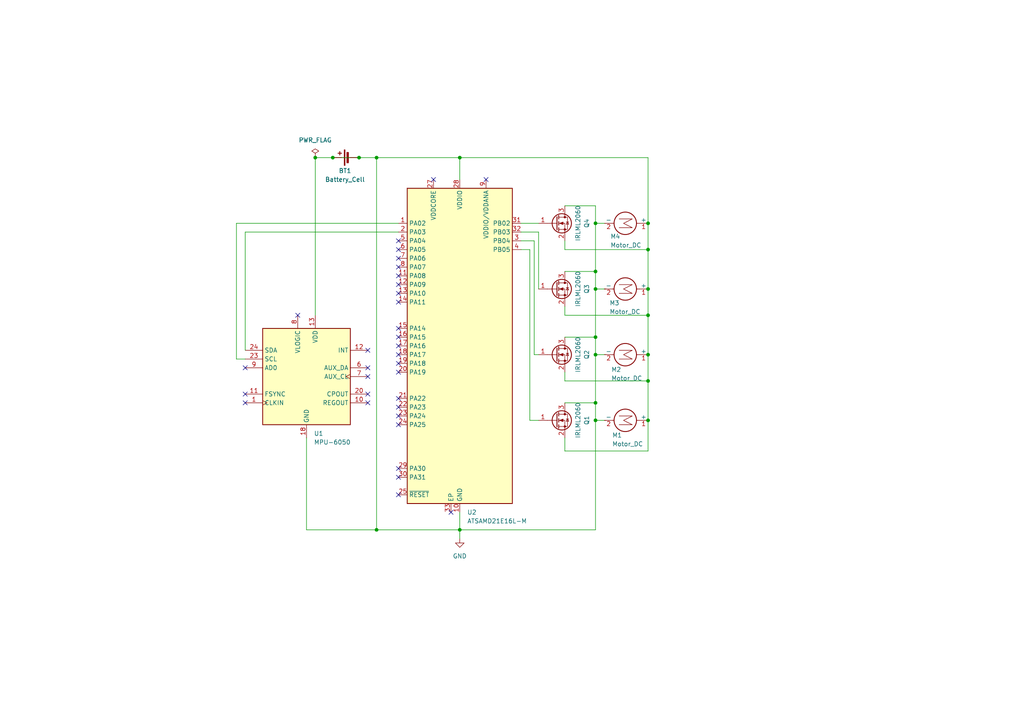
<source format=kicad_sch>
(kicad_sch (version 20250114) (generator "eeschema") (generator_version "9.0")
  (paper "A4")
  (title_block (title "ME460_MiniVTOL") (date "2025-11-14") (rev "0"))
  (lib_symbols
    (symbol "Device:Battery_Cell" (pin_numbers (hide yes)) (pin_names (offset 0) (hide yes))
      (property "Reference" "BT" (at 2.54 2.54 0))
      (property "Value" "Battery_Cell" (at 2.54 0 0))
      (symbol "Battery_Cell_0_1"
        (rectangle (start -2.286 1.778) (end 2.286 1.524) (fill (type outline)))
        (rectangle (start -1.524 1.016) (end 1.524 0.508) (fill (type outline)))
        (polyline (pts (xy 0 1.778) (xy 0 2.54)))
        (polyline (pts (xy 0 0.762) (xy 0 0)))
        (polyline (pts (xy 0.762 3.048) (xy 1.778 3.048)) (stroke (width 0.254)))
        (polyline (pts (xy 1.27 3.556) (xy 1.27 2.54)) (stroke (width 0.254)))
      )
      (symbol "Battery_Cell_1_1"
        (pin passive line (at 0 5.08 270) (length 2.54) (name "+") (number "1"))
        (pin passive line (at 0 -2.54 90) (length 2.54) (name "-") (number "2"))
      )
    )
    (symbol "MCU_Microchip_SAMD:ATSAMD21E16L-M"
      (property "Reference" "U" (at -13.97 46.99 0))
      (property "Value" "ATSAMD21E16L-M" (at 16.51 46.99 0))
      (symbol "ATSAMD21E16L-M_1_1"
        (rectangle (start -15.24 45.72) (end 15.24 -45.72) (stroke (width 0.254)) (fill (type background)))
        (pin bidirectional line (at -17.78 35.56 0) (length 2.54) (name "PA02") (number "1"))
        (pin bidirectional line (at -17.78 33.02 0) (length 2.54) (name "PA03") (number "2"))
        (pin bidirectional line (at -17.78 30.48 0) (length 2.54) (name "PA04") (number "5"))
        (pin bidirectional line (at -17.78 27.94 0) (length 2.54) (name "PA05") (number "6"))
        (pin bidirectional line (at -17.78 25.4 0) (length 2.54) (name "PA06") (number "7"))
        (pin bidirectional line (at -17.78 22.86 0) (length 2.54) (name "PA07") (number "8"))
        (pin bidirectional line (at -17.78 20.32 0) (length 2.54) (name "PA08") (number "11"))
        (pin bidirectional line (at -17.78 17.78 0) (length 2.54) (name "PA09") (number "12"))
        (pin bidirectional line (at -17.78 15.24 0) (length 2.54) (name "PA10") (number "13"))
        (pin bidirectional line (at -17.78 12.7 0) (length 2.54) (name "PA11") (number "14"))
        (pin bidirectional line (at -17.78 5.08 0) (length 2.54) (name "PA14") (number "15"))
        (pin bidirectional line (at -17.78 2.54 0) (length 2.54) (name "PA15") (number "16"))
        (pin bidirectional line (at -17.78 0 0) (length 2.54) (name "PA16") (number "17"))
        (pin bidirectional line (at -17.78 -2.54 0) (length 2.54) (name "PA17") (number "18"))
        (pin bidirectional line (at -17.78 -5.08 0) (length 2.54) (name "PA18") (number "19"))
        (pin bidirectional line (at -17.78 -7.62 0) (length 2.54) (name "PA19") (number "20"))
        (pin bidirectional line (at -17.78 -15.24 0) (length 2.54) (name "PA22") (number "21"))
        (pin bidirectional line (at -17.78 -17.78 0) (length 2.54) (name "PA23") (number "22"))
        (pin bidirectional line (at -17.78 -20.32 0) (length 2.54) (name "PA24") (number "23"))
        (pin bidirectional line (at -17.78 -22.86 0) (length 2.54) (name "PA25") (number "24"))
        (pin bidirectional line (at -17.78 -35.56 0) (length 2.54) (name "PA30") (number "29"))
        (pin bidirectional line (at -17.78 -38.1 0) (length 2.54) (name "PA31") (number "30"))
        (pin input line (at -17.78 -43.18 0) (length 2.54) (name "~{RESET}") (number "25"))
        (pin power_out line (at -7.62 48.26 270) (length 2.54) (name "VDDCORE") (number "27"))
        (pin passive line (at -2.54 -48.26 90) (length 2.54) (name "EP") (number "33"))
        (pin power_in line (at 0 48.26 270) (length 2.54) (name "VDDIO") (number "28"))
        (pin power_in line (at 0 -48.26 90) (length 2.54) (name "GND") (number "10"))
        (pin passive line (at 0 -48.26 90) (length 2.54) (hide yes) (name "GND") (number "26"))
        (pin power_in line (at 7.62 48.26 270) (length 2.54) (name "VDDIO/VDDANA") (number "9"))
        (pin bidirectional line (at 17.78 35.56 180) (length 2.54) (name "PB02") (number "31"))
        (pin bidirectional line (at 17.78 33.02 180) (length 2.54) (name "PB03") (number "32"))
        (pin bidirectional line (at 17.78 30.48 180) (length 2.54) (name "PB04") (number "3"))
        (pin bidirectional line (at 17.78 27.94 180) (length 2.54) (name "PB05") (number "4"))
      )
    )
    (symbol "Motor:Motor_DC" (pin_names (offset 0))
      (property "Reference" "M" (at 2.54 2.54 0))
      (property "Value" "Motor_DC" (at 2.54 -5.08 0))
      (symbol "Motor_DC_0_0"
        (polyline (pts (xy -1.27 -3.302) (xy -1.27 0.508) (xy 0 -2.032) (xy 1.27 0.508) (xy 1.27 -3.302)))
      )
      (symbol "Motor_DC_0_1"
        (polyline (pts (xy 0 2.032) (xy 0 2.54)))
        (polyline (pts (xy 0 1.7272) (xy 0 2.0828)))
        (circle (center 0 -1.524) (radius 3.2512) (stroke (width 0.254)))
        (polyline (pts (xy 0 -4.7752) (xy 0 -5.1816)))
        (polyline (pts (xy 0 -7.62) (xy 0 -7.112)))
      )
      (symbol "Motor_DC_1_1"
        (pin passive line (at 0 5.08 270) (length 2.54) (name "+") (number "1"))
        (pin passive line (at 0 -7.62 90) (length 2.54) (name "-") (number "2"))
      )
    )
    (symbol "Sensor_Motion:MPU-6050"
      (property "Reference" "U" (at -11.43 13.97 0))
      (property "Value" "MPU-6050" (at 7.62 -15.24 0))
      (symbol "MPU-6050_0_1"
        (rectangle (start -12.7 13.97) (end 12.7 -13.97) (stroke (width 0.254)) (fill (type background)))
      )
      (symbol "MPU-6050_1_1"
        (pin bidirectional line (at -17.78 7.62 0) (length 5.08) (name "SDA") (number "24"))
        (pin input line (at -17.78 5.08 0) (length 5.08) (name "SCL") (number "23"))
        (pin input line (at -17.78 2.54 0) (length 5.08) (name "AD0") (number "9"))
        (pin input line (at -17.78 -5.08 0) (length 5.08) (name "FSYNC") (number "11"))
        (pin input clock (at -17.78 -7.62 0) (length 5.08) (name "CLKIN") (number "1"))
        (pin no_connect line (at -12.7 12.7 0) (length 2.54) (hide yes) (name "NC") (number "2"))
        (pin no_connect line (at -12.7 10.16 0) (length 2.54) (hide yes) (name "NC") (number "3"))
        (pin no_connect line (at -12.7 0 0) (length 2.54) (hide yes) (name "NC") (number "4"))
        (pin no_connect line (at -12.7 -2.54 0) (length 2.54) (hide yes) (name "NC") (number "5"))
        (pin no_connect line (at -12.7 -10.16 0) (length 2.54) (hide yes) (name "NC") (number "14"))
        (pin power_in line (at -2.54 17.78 270) (length 3.81) (name "VLOGIC") (number "8"))
        (pin power_in line (at 0 -17.78 90) (length 3.81) (name "GND") (number "18"))
        (pin power_in line (at 2.54 17.78 270) (length 3.81) (name "VDD") (number "13"))
        (pin no_connect line (at 12.7 12.7 180) (length 2.54) (hide yes) (name "NC") (number "15"))
        (pin no_connect line (at 12.7 10.16 180) (length 2.54) (hide yes) (name "NC") (number "16"))
        (pin no_connect line (at 12.7 5.08 180) (length 2.54) (hide yes) (name "NC") (number "17"))
        (pin no_connect line (at 12.7 -2.54 180) (length 2.54) (hide yes) (name "RESV") (number "21"))
        (pin no_connect line (at 12.7 -10.16 180) (length 2.54) (hide yes) (name "RESV") (number "19"))
        (pin no_connect line (at 12.7 -12.7 180) (length 2.54) (hide yes) (name "RESV") (number "22"))
        (pin output line (at 17.78 7.62 180) (length 5.08) (name "INT") (number "12"))
        (pin bidirectional line (at 17.78 2.54 180) (length 5.08) (name "AUX_DA") (number "6"))
        (pin output clock (at 17.78 0 180) (length 5.08) (name "AUX_CL") (number "7"))
        (pin passive line (at 17.78 -5.08 180) (length 5.08) (name "CPOUT") (number "20"))
        (pin passive line (at 17.78 -7.62 180) (length 5.08) (name "REGOUT") (number "10"))
      )
    )
    (symbol "Transistor_FET:IRLML2060" (pin_names (offset 0) (hide yes))
      (property "Reference" "Q" (at 5.08 1.905 0))
      (property "Value" "IRLML2060" (at 5.08 0 0))
      (symbol "IRLML2060_0_1"
        (polyline (pts (xy 0.254 1.905) (xy 0.254 -1.905)) (stroke (width 0.254)))
        (polyline (pts (xy 0.254 0) (xy -2.54 0)))
        (polyline (pts (xy 0.762 2.286) (xy 0.762 1.27)) (stroke (width 0.254)))
        (polyline (pts (xy 0.762 0.508) (xy 0.762 -0.508)) (stroke (width 0.254)))
        (polyline (pts (xy 0.762 -1.27) (xy 0.762 -2.286)) (stroke (width 0.254)))
        (polyline (pts (xy 0.762 -1.778) (xy 3.302 -1.778) (xy 3.302 1.778) (xy 0.762 1.778)))
        (polyline (pts (xy 1.016 0) (xy 2.032 0.381) (xy 2.032 -0.381) (xy 1.016 0)) (fill (type outline)))
        (circle (center 1.651 0) (radius 2.794) (stroke (width 0.254)))
        (polyline (pts (xy 2.54 2.54) (xy 2.54 1.778)))
        (circle (center 2.54 1.778) (radius 0.254) (fill (type outline)))
        (circle (center 2.54 -1.778) (radius 0.254) (fill (type outline)))
        (polyline (pts (xy 2.54 -2.54) (xy 2.54 0) (xy 0.762 0)))
        (polyline (pts (xy 2.921 0.381) (xy 3.683 0.381)))
        (polyline (pts (xy 3.302 0.381) (xy 2.921 -0.254) (xy 3.683 -0.254) (xy 3.302 0.381)))
      )
      (symbol "IRLML2060_1_1"
        (pin input line (at -5.08 0 0) (length 2.54) (name "G") (number "1"))
        (pin passive line (at 2.54 5.08 270) (length 2.54) (name "D") (number "3"))
        (pin passive line (at 2.54 -5.08 90) (length 2.54) (name "S") (number "2"))
      )
    )
    (symbol "power:GND" (power) (pin_numbers (hide yes)) (pin_names (offset 0) (hide yes))
      (property "Value" "GND" (at 0 -3.81 0))
      (symbol "GND_0_1"
        (polyline (pts (xy 0 0) (xy 0 -1.27) (xy 1.27 -1.27) (xy 0 -2.54) (xy -1.27 -1.27) (xy 0 -1.27)))
      )
      (symbol "GND_1_1"
        (pin power_in line (at 0 0 270) (length 0) (name "~") (number "1"))
      )
    )
    (symbol "power:PWR_FLAG" (power) (pin_numbers (hide yes)) (pin_names (offset 0) (hide yes))
      (property "Value" "PWR_FLAG" (at 0 3.81 0))
      (symbol "PWR_FLAG_0_0"
        (pin power_out line (at 0 0 90) (length 0) (name "~") (number "1"))
      )
      (symbol "PWR_FLAG_0_1"
        (polyline (pts (xy 0 0) (xy 0 1.27) (xy -1.016 1.905) (xy 0 2.54) (xy 1.016 1.905) (xy 0 1.27)))
      )
    )
  )
  (junction (at 96.52 45.72))
  (junction (at 133.35 45.72))
  (junction (at 187.96 64.77))
  (junction (at 187.96 83.82))
  (junction (at 187.96 91.44))
  (junction (at 172.72 78.74))
  (junction (at 172.72 121.92))
  (junction (at 187.96 72.39))
  (junction (at 172.72 97.79))
  (junction (at 109.22 45.72))
  (junction (at 133.35 153.67))
  (junction (at 109.22 153.67))
  (junction (at 172.72 116.84))
  (junction (at 104.14 45.72))
  (junction (at 172.72 64.77))
  (junction (at 187.96 102.87))
  (junction (at 172.72 83.82))
  (junction (at 187.96 121.92))
  (junction (at 91.44 45.72))
  (junction (at 172.72 102.87))
  (junction (at 187.96 110.49))
  (no_connect (at 115.57 80.01))
  (no_connect (at 86.36 91.44))
  (no_connect (at 115.57 97.79))
  (no_connect (at 115.57 74.93))
  (no_connect (at 106.68 114.3))
  (no_connect (at 106.68 106.68))
  (no_connect (at 115.57 118.11))
  (no_connect (at 115.57 87.63))
  (no_connect (at 106.68 116.84))
  (no_connect (at 115.57 120.65))
  (no_connect (at 125.73 52.07))
  (no_connect (at 115.57 102.87))
  (no_connect (at 115.57 143.51))
  (no_connect (at 71.12 116.84))
  (no_connect (at 71.12 106.68))
  (no_connect (at 115.57 105.41))
  (no_connect (at 106.68 109.22))
  (no_connect (at 115.57 107.95))
  (no_connect (at 115.57 77.47))
  (no_connect (at 115.57 72.39))
  (no_connect (at 115.57 69.85))
  (no_connect (at 71.12 114.3))
  (no_connect (at 130.81 148.59))
  (no_connect (at 106.68 101.6))
  (no_connect (at 115.57 135.89))
  (no_connect (at 115.57 138.43))
  (no_connect (at 115.57 123.19))
  (no_connect (at 140.97 52.07))
  (no_connect (at 115.57 100.33))
  (no_connect (at 115.57 115.57))
  (no_connect (at 115.57 85.09))
  (no_connect (at 115.57 95.25))
  (no_connect (at 115.57 82.55))
  (wire (pts (xy 172.72 97.79) (xy 172.72 102.87)))
  (wire (pts (xy 156.21 102.87) (xy 154.94 102.87)))
  (wire (pts (xy 68.58 64.77) (xy 115.57 64.77)))
  (wire (pts (xy 163.83 110.49) (xy 187.96 110.49)))
  (wire (pts (xy 187.96 121.92) (xy 187.96 130.81)))
  (wire (pts (xy 104.14 45.72) (xy 109.22 45.72)))
  (wire (pts (xy 163.83 107.95) (xy 163.83 110.49)))
  (wire (pts (xy 133.35 153.67) (xy 133.35 156.21)))
  (wire (pts (xy 187.96 102.87) (xy 187.96 110.49)))
  (wire (pts (xy 172.72 102.87) (xy 172.72 116.84)))
  (wire (pts (xy 91.44 45.72) (xy 96.52 45.72)))
  (wire (pts (xy 172.72 83.82) (xy 175.26 83.82)))
  (wire (pts (xy 151.13 64.77) (xy 156.21 64.77)))
  (wire (pts (xy 153.67 72.39) (xy 151.13 72.39)))
  (wire (pts (xy 187.96 45.72) (xy 187.96 64.77)))
  (wire (pts (xy 172.72 83.82) (xy 172.72 97.79)))
  (wire (pts (xy 172.72 116.84) (xy 172.72 121.92)))
  (wire (pts (xy 109.22 45.72) (xy 133.35 45.72)))
  (wire (pts (xy 133.35 45.72) (xy 187.96 45.72)))
  (wire (pts (xy 163.83 91.44) (xy 187.96 91.44)))
  (wire (pts (xy 133.35 45.72) (xy 133.35 52.07)))
  (wire (pts (xy 187.96 64.77) (xy 187.96 72.39)))
  (wire (pts (xy 133.35 148.59) (xy 133.35 153.67)))
  (wire (pts (xy 163.83 78.74) (xy 172.72 78.74)))
  (wire (pts (xy 71.12 104.14) (xy 68.58 104.14)))
  (wire (pts (xy 68.58 104.14) (xy 68.58 64.77)))
  (wire (pts (xy 163.83 72.39) (xy 187.96 72.39)))
  (wire (pts (xy 187.96 110.49) (xy 187.96 121.92)))
  (wire (pts (xy 172.72 102.87) (xy 175.26 102.87)))
  (wire (pts (xy 96.52 45.72) (xy 104.14 45.72)))
  (wire (pts (xy 163.83 116.84) (xy 172.72 116.84)))
  (wire (pts (xy 172.72 78.74) (xy 172.72 83.82)))
  (wire (pts (xy 163.83 130.81) (xy 163.83 127)))
  (wire (pts (xy 172.72 64.77) (xy 172.72 78.74)))
  (wire (pts (xy 163.83 97.79) (xy 172.72 97.79)))
  (wire (pts (xy 187.96 130.81) (xy 163.83 130.81)))
  (wire (pts (xy 91.44 45.72) (xy 91.44 91.44)))
  (wire (pts (xy 109.22 45.72) (xy 109.22 153.67)))
  (wire (pts (xy 156.21 83.82) (xy 156.21 67.31)))
  (wire (pts (xy 71.12 101.6) (xy 71.12 67.31)))
  (wire (pts (xy 163.83 69.85) (xy 163.83 72.39)))
  (wire (pts (xy 172.72 153.67) (xy 133.35 153.67)))
  (wire (pts (xy 153.67 121.92) (xy 153.67 72.39)))
  (wire (pts (xy 175.26 64.77) (xy 172.72 64.77)))
  (wire (pts (xy 172.72 59.69) (xy 172.72 64.77)))
  (wire (pts (xy 187.96 83.82) (xy 187.96 91.44)))
  (wire (pts (xy 187.96 91.44) (xy 187.96 102.87)))
  (wire (pts (xy 88.9 127) (xy 88.9 153.67)))
  (wire (pts (xy 187.96 72.39) (xy 187.96 83.82)))
  (wire (pts (xy 156.21 67.31) (xy 151.13 67.31)))
  (wire (pts (xy 172.72 121.92) (xy 175.26 121.92)))
  (wire (pts (xy 163.83 88.9) (xy 163.83 91.44)))
  (wire (pts (xy 88.9 153.67) (xy 109.22 153.67)))
  (wire (pts (xy 71.12 67.31) (xy 115.57 67.31)))
  (wire (pts (xy 163.83 59.69) (xy 172.72 59.69)))
  (wire (pts (xy 151.13 69.85) (xy 154.94 69.85)))
  (wire (pts (xy 172.72 121.92) (xy 172.72 153.67)))
  (wire (pts (xy 109.22 153.67) (xy 133.35 153.67)))
  (wire (pts (xy 154.94 102.87) (xy 154.94 69.85)))
  (wire (pts (xy 156.21 121.92) (xy 153.67 121.92)))
  (symbol (lib_id "Motor:Motor_DC") (at 182.88 102.87 270) (unit 1)
    (property "Reference" "M2" (at 177.292 107.188 90) (effects (justify left)))
    (property "Value" "Motor_DC" (at 177.292 109.728 90) (effects (justify left)))
    (property "Description" "DC Motor" (effects (hide yes)))
  )
  (symbol (lib_id "Transistor_FET:IRLML2060") (at 161.29 102.87 0) (unit 1)
    (property "Reference" "Q2" (at 170.18 102.87 90))
    (property "Value" "IRLML2060" (at 167.64 102.87 90))
    (property "Footprint" "Package_TO_SOT_SMD:SOT-23" (effects (hide yes)))
    (property "Datasheet" "https://www.infineon.com/dgdl/irlml2060pbf.pdf?fileId=5546d462533600a401535664b7fb25ee" (effects (hide yes)))
    (property "Description" "1.2A Id, 60V Vds, 480mOhm Rds, N-Channel HEXFET Power MOSFET, SOT-23" (effects (hide yes)))
  )
  (symbol (lib_id "Motor:Motor_DC") (at 182.88 83.82 270) (unit 1)
    (property "Reference" "M3" (at 176.784 87.884 90) (effects (justify left)))
    (property "Value" "Motor_DC" (at 176.784 90.424 90) (effects (justify left)))
    (property "Description" "DC Motor" (effects (hide yes)))
  )
  (symbol (lib_id "power:GND") (at 133.35 156.21 0) (unit 1)
    (property "Reference" "#PWR01" (effects (hide yes)))
    (property "Value" "GND" (at 133.35 161.29 0))
    (property "Description" "Power symbol creates a global label with name \"GND\" , ground" (effects (hide yes)))
  )
  (symbol (lib_id "Transistor_FET:IRLML2060") (at 161.29 121.92 0) (unit 1)
    (property "Reference" "Q1" (at 170.18 121.92 90))
    (property "Value" "IRLML2060" (at 167.64 121.92 90))
    (property "Footprint" "Package_TO_SOT_SMD:SOT-23" (effects (hide yes)))
    (property "Datasheet" "https://www.infineon.com/dgdl/irlml2060pbf.pdf?fileId=5546d462533600a401535664b7fb25ee" (effects (hide yes)))
    (property "Description" "1.2A Id, 60V Vds, 480mOhm Rds, N-Channel HEXFET Power MOSFET, SOT-23" (effects (hide yes)))
  )
  (symbol (lib_id "power:PWR_FLAG") (at 91.44 45.72 0) (unit 1)
    (property "Reference" "#FLG01" (effects (hide yes)))
    (property "Value" "PWR_FLAG" (at 91.44 40.64 0))
    (property "Description" "Special symbol for telling ERC where power comes from" (effects (hide yes)))
  )
  (symbol (lib_id "Motor:Motor_DC") (at 182.88 121.92 270) (unit 1)
    (property "Reference" "M1" (at 177.546 126.238 90) (effects (justify left)))
    (property "Value" "Motor_DC" (at 177.546 128.778 90) (effects (justify left)))
    (property "Description" "DC Motor" (effects (hide yes)))
  )
  (symbol (lib_id "MCU_Microchip_SAMD:ATSAMD21E16L-M") (at 133.35 100.33 0) (unit 1)
    (property "Reference" "U2" (at 135.4933 148.59 0) (effects (justify left)))
    (property "Value" "ATSAMD21E16L-M" (at 135.4933 151.13 0) (effects (justify left)))
    (property "Footprint" "Package_DFN_QFN:QFN-32-1EP_5x5mm_P0.5mm_EP3.6x3.6mm" (effects (hide yes)))
    (property "Datasheet" "http://ww1.microchip.com/downloads/en/DeviceDoc/SAM_D21_DA1_Family_Data%20Sheet_DS40001882E.pdf" (effects (hide yes)))
    (property "Description" "SAM D21 Microchip SMART ARM-based Flash MCU, 48Mhz, 64K Flash w/ 2K RWW, 8K SRAM, Pinout Optimized for Analog & PWM, QFN-32" (effects (hide yes)))
  )
  (symbol (lib_id "Transistor_FET:IRLML2060") (at 161.29 64.77 0) (unit 1)
    (property "Reference" "Q4" (at 170.18 64.77 90))
    (property "Value" "IRLML2060" (at 167.64 64.77 90))
    (property "Footprint" "Package_TO_SOT_SMD:SOT-23" (effects (hide yes)))
    (property "Datasheet" "https://www.infineon.com/dgdl/irlml2060pbf.pdf?fileId=5546d462533600a401535664b7fb25ee" (effects (hide yes)))
    (property "Description" "1.2A Id, 60V Vds, 480mOhm Rds, N-Channel HEXFET Power MOSFET, SOT-23" (effects (hide yes)))
  )
  (symbol (lib_id "Sensor_Motion:MPU-6050") (at 88.9 109.22 0) (unit 1)
    (property "Reference" "U1" (at 91.0433 125.73 0) (effects (justify left)))
    (property "Value" "MPU-6050" (at 91.0433 128.27 0) (effects (justify left)))
    (property "Footprint" "Sensor_Motion:InvenSense_QFN-24_4x4mm_P0.5mm" (effects (hide yes)))
    (property "Datasheet" "https://invensense.tdk.com/wp-content/uploads/2015/02/MPU-6000-Datasheet1.pdf" (effects (hide yes)))
    (property "Description" "InvenSense 6-Axis Motion Sensor, Gyroscope, Accelerometer, I2C" (effects (hide yes)))
  )
  (symbol (lib_id "Motor:Motor_DC") (at 182.88 64.77 270) (unit 1)
    (property "Reference" "M4" (at 177.038 68.58 90) (effects (justify left)))
    (property "Value" "Motor_DC" (at 177.038 71.12 90) (effects (justify left)))
    (property "Description" "DC Motor" (effects (hide yes)))
  )
  (symbol (lib_id "Transistor_FET:IRLML2060") (at 161.29 83.82 0) (unit 1)
    (property "Reference" "Q3" (at 170.18 83.82 90))
    (property "Value" "IRLML2060" (at 167.64 83.82 90))
    (property "Footprint" "Package_TO_SOT_SMD:SOT-23" (effects (hide yes)))
    (property "Datasheet" "https://www.infineon.com/dgdl/irlml2060pbf.pdf?fileId=5546d462533600a401535664b7fb25ee" (effects (hide yes)))
    (property "Description" "1.2A Id, 60V Vds, 480mOhm Rds, N-Channel HEXFET Power MOSFET, SOT-23" (effects (hide yes)))
  )
  (symbol (lib_id "Device:Battery_Cell") (at 101.6 45.72 90) (unit 1)
    (property "Reference" "BT1" (at 100.076 49.53 90))
    (property "Value" "Battery_Cell" (at 100.076 52.07 90))
    (property "Description" "Single-cell battery" (effects (hide yes)))
  )
)
</source>
